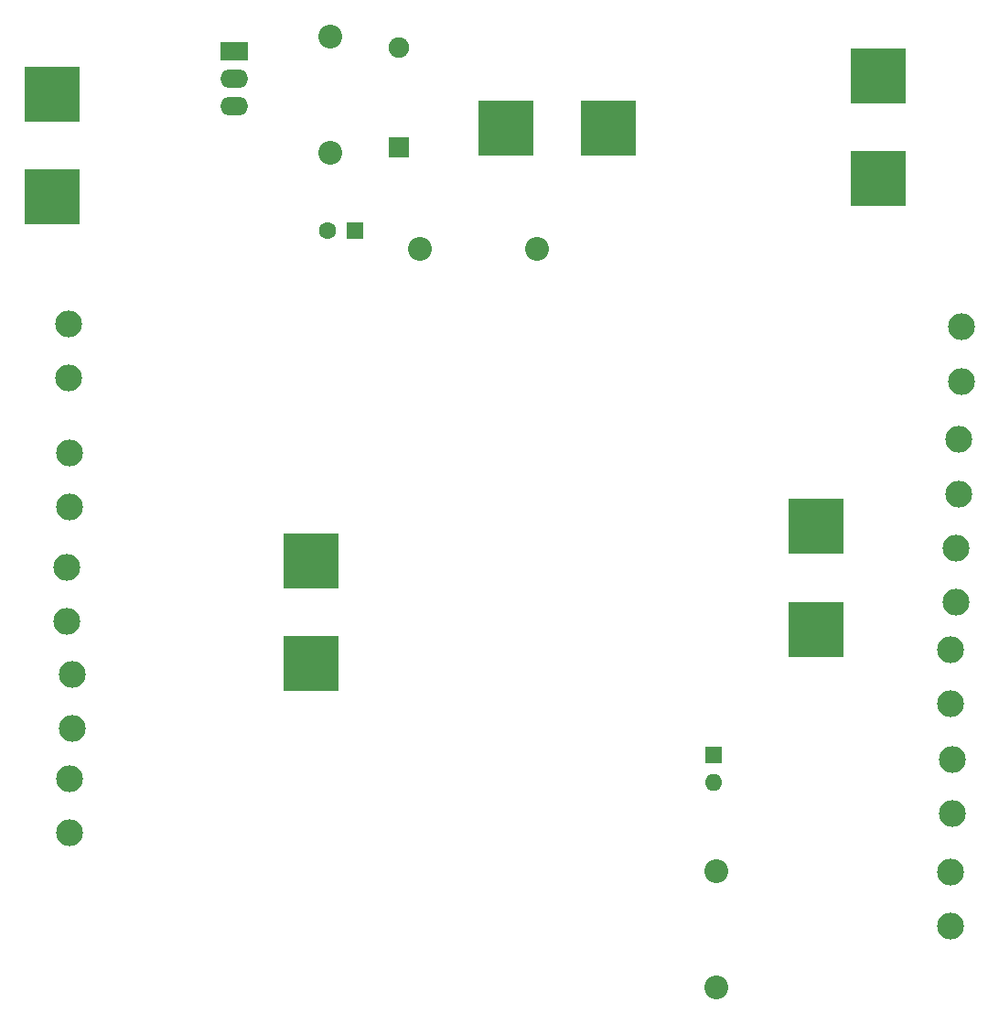
<source format=gbs>
G04*
G04 #@! TF.GenerationSoftware,Altium Limited,Altium Designer,24.2.2 (26)*
G04*
G04 Layer_Color=16711935*
%FSLAX44Y44*%
%MOMM*%
G71*
G04*
G04 #@! TF.SameCoordinates,7C6F70DD-8240-47E6-B7E4-941F69E807E0*
G04*
G04*
G04 #@! TF.FilePolarity,Negative*
G04*
G01*
G75*
%ADD14C,2.4892*%
%ADD15R,5.2032X5.2032*%
%ADD16R,1.6032X1.5612*%
%ADD17O,1.5612X1.6032*%
%ADD18C,2.2032*%
%ADD19R,2.6032X1.7032*%
%ADD20O,2.6032X1.7032*%
%ADD21R,1.9032X1.9032*%
%ADD22C,1.9032*%
%ADD23R,5.2032X5.2032*%
%ADD24R,1.5612X1.6032*%
%ADD25O,1.6032X1.5612*%
D14*
X1155700Y387750D02*
D03*
Y437750D02*
D03*
X1156970Y491890D02*
D03*
Y541890D02*
D03*
X1155700Y593490D02*
D03*
Y643490D02*
D03*
X1165860Y941940D02*
D03*
Y891940D02*
D03*
X1160780Y737470D02*
D03*
Y687470D02*
D03*
X1163320Y837800D02*
D03*
Y787800D02*
D03*
X340360Y524110D02*
D03*
Y474110D02*
D03*
X342900Y620630D02*
D03*
Y570630D02*
D03*
X337820Y719690D02*
D03*
Y669690D02*
D03*
X339090Y944880D02*
D03*
Y894880D02*
D03*
X340360Y825500D02*
D03*
Y775500D02*
D03*
D15*
X1031240Y662430D02*
D03*
Y757430D02*
D03*
X1088390Y1174500D02*
D03*
Y1079500D02*
D03*
X323850Y1157480D02*
D03*
Y1062480D02*
D03*
X563880Y630680D02*
D03*
Y725680D02*
D03*
D16*
X604520Y1031240D02*
D03*
D17*
X579120D02*
D03*
D18*
X664770Y1014730D02*
D03*
X772870D02*
D03*
X581660Y1211020D02*
D03*
Y1102920D02*
D03*
X938530Y330760D02*
D03*
Y438860D02*
D03*
D19*
X492760Y1197610D02*
D03*
D20*
Y1172210D02*
D03*
Y1146810D02*
D03*
D21*
X645160Y1108030D02*
D03*
D22*
Y1200830D02*
D03*
D23*
X743710Y1126490D02*
D03*
X838710D02*
D03*
D24*
X935990Y546100D02*
D03*
D25*
Y520700D02*
D03*
M02*

</source>
